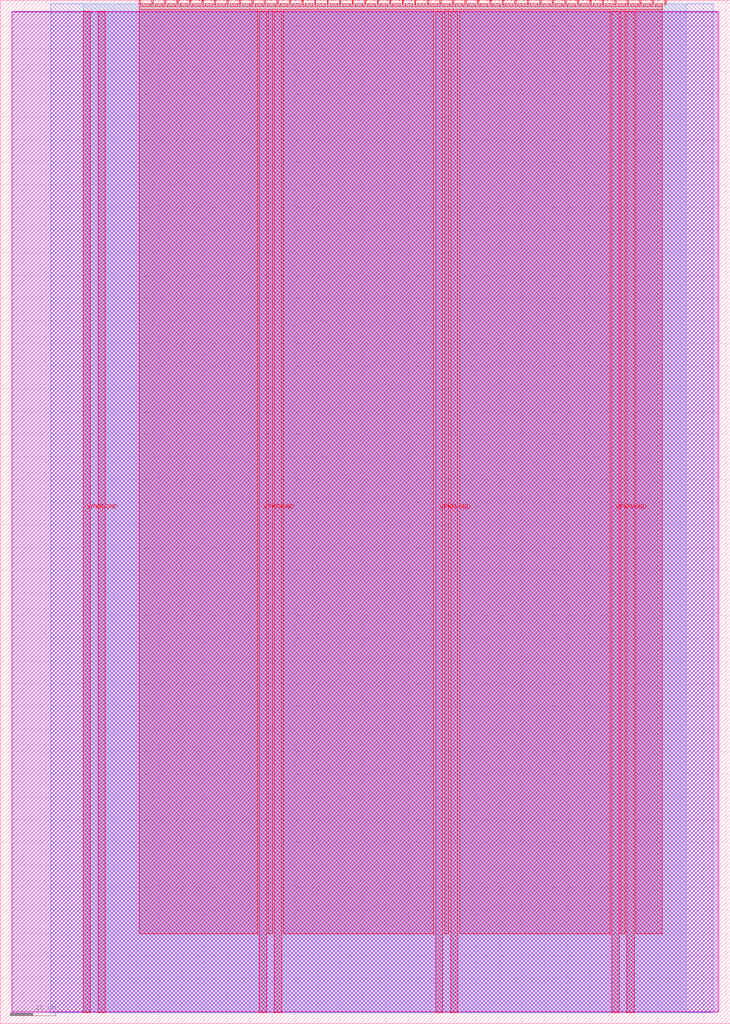
<source format=lef>
VERSION 5.7 ;
  NOWIREEXTENSIONATPIN ON ;
  DIVIDERCHAR "/" ;
  BUSBITCHARS "[]" ;
MACRO tt_um_flash_raid_controller
  CLASS BLOCK ;
  FOREIGN tt_um_flash_raid_controller ;
  ORIGIN 0.000 0.000 ;
  SIZE 161.000 BY 225.760 ;
  PIN VGND
    DIRECTION INOUT ;
    USE GROUND ;
    PORT
      LAYER met4 ;
        RECT 21.580 2.480 23.180 223.280 ;
    END
    PORT
      LAYER met4 ;
        RECT 60.450 2.480 62.050 223.280 ;
    END
    PORT
      LAYER met4 ;
        RECT 99.320 2.480 100.920 223.280 ;
    END
    PORT
      LAYER met4 ;
        RECT 138.190 2.480 139.790 223.280 ;
    END
  END VGND
  PIN VPWR
    DIRECTION INOUT ;
    USE POWER ;
    PORT
      LAYER met4 ;
        RECT 18.280 2.480 19.880 223.280 ;
    END
    PORT
      LAYER met4 ;
        RECT 57.150 2.480 58.750 223.280 ;
    END
    PORT
      LAYER met4 ;
        RECT 96.020 2.480 97.620 223.280 ;
    END
    PORT
      LAYER met4 ;
        RECT 134.890 2.480 136.490 223.280 ;
    END
  END VPWR
  PIN clk
    DIRECTION INPUT ;
    USE SIGNAL ;
    ANTENNAGATEAREA 0.852000 ;
    PORT
      LAYER met4 ;
        RECT 143.830 224.760 144.130 225.760 ;
    END
  END clk
  PIN ena
    DIRECTION INPUT ;
    USE SIGNAL ;
    PORT
      LAYER met4 ;
        RECT 146.590 224.760 146.890 225.760 ;
    END
  END ena
  PIN rst_n
    DIRECTION INPUT ;
    USE SIGNAL ;
    ANTENNAGATEAREA 0.159000 ;
    PORT
      LAYER met4 ;
        RECT 141.070 224.760 141.370 225.760 ;
    END
  END rst_n
  PIN ui_in[0]
    DIRECTION INPUT ;
    USE SIGNAL ;
    ANTENNAGATEAREA 0.196500 ;
    PORT
      LAYER met4 ;
        RECT 138.310 224.760 138.610 225.760 ;
    END
  END ui_in[0]
  PIN ui_in[1]
    DIRECTION INPUT ;
    USE SIGNAL ;
    ANTENNAGATEAREA 0.196500 ;
    PORT
      LAYER met4 ;
        RECT 135.550 224.760 135.850 225.760 ;
    END
  END ui_in[1]
  PIN ui_in[2]
    DIRECTION INPUT ;
    USE SIGNAL ;
    ANTENNAGATEAREA 0.196500 ;
    PORT
      LAYER met4 ;
        RECT 132.790 224.760 133.090 225.760 ;
    END
  END ui_in[2]
  PIN ui_in[3]
    DIRECTION INPUT ;
    USE SIGNAL ;
    ANTENNAGATEAREA 0.196500 ;
    PORT
      LAYER met4 ;
        RECT 130.030 224.760 130.330 225.760 ;
    END
  END ui_in[3]
  PIN ui_in[4]
    DIRECTION INPUT ;
    USE SIGNAL ;
    ANTENNAGATEAREA 0.196500 ;
    PORT
      LAYER met4 ;
        RECT 127.270 224.760 127.570 225.760 ;
    END
  END ui_in[4]
  PIN ui_in[5]
    DIRECTION INPUT ;
    USE SIGNAL ;
    ANTENNAGATEAREA 0.196500 ;
    PORT
      LAYER met4 ;
        RECT 124.510 224.760 124.810 225.760 ;
    END
  END ui_in[5]
  PIN ui_in[6]
    DIRECTION INPUT ;
    USE SIGNAL ;
    ANTENNAGATEAREA 0.196500 ;
    PORT
      LAYER met4 ;
        RECT 121.750 224.760 122.050 225.760 ;
    END
  END ui_in[6]
  PIN ui_in[7]
    DIRECTION INPUT ;
    USE SIGNAL ;
    ANTENNAGATEAREA 0.213000 ;
    PORT
      LAYER met4 ;
        RECT 118.990 224.760 119.290 225.760 ;
    END
  END ui_in[7]
  PIN uio_in[0]
    DIRECTION INPUT ;
    USE SIGNAL ;
    ANTENNAGATEAREA 0.213000 ;
    PORT
      LAYER met4 ;
        RECT 116.230 224.760 116.530 225.760 ;
    END
  END uio_in[0]
  PIN uio_in[1]
    DIRECTION INPUT ;
    USE SIGNAL ;
    ANTENNAGATEAREA 0.196500 ;
    PORT
      LAYER met4 ;
        RECT 113.470 224.760 113.770 225.760 ;
    END
  END uio_in[1]
  PIN uio_in[2]
    DIRECTION INPUT ;
    USE SIGNAL ;
    ANTENNAGATEAREA 0.196500 ;
    PORT
      LAYER met4 ;
        RECT 110.710 224.760 111.010 225.760 ;
    END
  END uio_in[2]
  PIN uio_in[3]
    DIRECTION INPUT ;
    USE SIGNAL ;
    PORT
      LAYER met4 ;
        RECT 107.950 224.760 108.250 225.760 ;
    END
  END uio_in[3]
  PIN uio_in[4]
    DIRECTION INPUT ;
    USE SIGNAL ;
    PORT
      LAYER met4 ;
        RECT 105.190 224.760 105.490 225.760 ;
    END
  END uio_in[4]
  PIN uio_in[5]
    DIRECTION INPUT ;
    USE SIGNAL ;
    PORT
      LAYER met4 ;
        RECT 102.430 224.760 102.730 225.760 ;
    END
  END uio_in[5]
  PIN uio_in[6]
    DIRECTION INPUT ;
    USE SIGNAL ;
    PORT
      LAYER met4 ;
        RECT 99.670 224.760 99.970 225.760 ;
    END
  END uio_in[6]
  PIN uio_in[7]
    DIRECTION INPUT ;
    USE SIGNAL ;
    PORT
      LAYER met4 ;
        RECT 96.910 224.760 97.210 225.760 ;
    END
  END uio_in[7]
  PIN uio_oe[0]
    DIRECTION OUTPUT ;
    USE SIGNAL ;
    PORT
      LAYER met4 ;
        RECT 49.990 224.760 50.290 225.760 ;
    END
  END uio_oe[0]
  PIN uio_oe[1]
    DIRECTION OUTPUT ;
    USE SIGNAL ;
    PORT
      LAYER met4 ;
        RECT 47.230 224.760 47.530 225.760 ;
    END
  END uio_oe[1]
  PIN uio_oe[2]
    DIRECTION OUTPUT ;
    USE SIGNAL ;
    PORT
      LAYER met4 ;
        RECT 44.470 224.760 44.770 225.760 ;
    END
  END uio_oe[2]
  PIN uio_oe[3]
    DIRECTION OUTPUT ;
    USE SIGNAL ;
    PORT
      LAYER met4 ;
        RECT 41.710 224.760 42.010 225.760 ;
    END
  END uio_oe[3]
  PIN uio_oe[4]
    DIRECTION OUTPUT ;
    USE SIGNAL ;
    PORT
      LAYER met4 ;
        RECT 38.950 224.760 39.250 225.760 ;
    END
  END uio_oe[4]
  PIN uio_oe[5]
    DIRECTION OUTPUT ;
    USE SIGNAL ;
    PORT
      LAYER met4 ;
        RECT 36.190 224.760 36.490 225.760 ;
    END
  END uio_oe[5]
  PIN uio_oe[6]
    DIRECTION OUTPUT ;
    USE SIGNAL ;
    PORT
      LAYER met4 ;
        RECT 33.430 224.760 33.730 225.760 ;
    END
  END uio_oe[6]
  PIN uio_oe[7]
    DIRECTION OUTPUT ;
    USE SIGNAL ;
    PORT
      LAYER met4 ;
        RECT 30.670 224.760 30.970 225.760 ;
    END
  END uio_oe[7]
  PIN uio_out[0]
    DIRECTION OUTPUT ;
    USE SIGNAL ;
    PORT
      LAYER met4 ;
        RECT 72.070 224.760 72.370 225.760 ;
    END
  END uio_out[0]
  PIN uio_out[1]
    DIRECTION OUTPUT ;
    USE SIGNAL ;
    PORT
      LAYER met4 ;
        RECT 69.310 224.760 69.610 225.760 ;
    END
  END uio_out[1]
  PIN uio_out[2]
    DIRECTION OUTPUT ;
    USE SIGNAL ;
    PORT
      LAYER met4 ;
        RECT 66.550 224.760 66.850 225.760 ;
    END
  END uio_out[2]
  PIN uio_out[3]
    DIRECTION OUTPUT ;
    USE SIGNAL ;
    ANTENNADIFFAREA 0.445500 ;
    PORT
      LAYER met4 ;
        RECT 63.790 224.760 64.090 225.760 ;
    END
  END uio_out[3]
  PIN uio_out[4]
    DIRECTION OUTPUT ;
    USE SIGNAL ;
    PORT
      LAYER met4 ;
        RECT 61.030 224.760 61.330 225.760 ;
    END
  END uio_out[4]
  PIN uio_out[5]
    DIRECTION OUTPUT ;
    USE SIGNAL ;
    PORT
      LAYER met4 ;
        RECT 58.270 224.760 58.570 225.760 ;
    END
  END uio_out[5]
  PIN uio_out[6]
    DIRECTION OUTPUT ;
    USE SIGNAL ;
    PORT
      LAYER met4 ;
        RECT 55.510 224.760 55.810 225.760 ;
    END
  END uio_out[6]
  PIN uio_out[7]
    DIRECTION OUTPUT ;
    USE SIGNAL ;
    PORT
      LAYER met4 ;
        RECT 52.750 224.760 53.050 225.760 ;
    END
  END uio_out[7]
  PIN uo_out[0]
    DIRECTION OUTPUT ;
    USE SIGNAL ;
    ANTENNADIFFAREA 0.445500 ;
    PORT
      LAYER met4 ;
        RECT 94.150 224.760 94.450 225.760 ;
    END
  END uo_out[0]
  PIN uo_out[1]
    DIRECTION OUTPUT ;
    USE SIGNAL ;
    ANTENNADIFFAREA 0.445500 ;
    PORT
      LAYER met4 ;
        RECT 91.390 224.760 91.690 225.760 ;
    END
  END uo_out[1]
  PIN uo_out[2]
    DIRECTION OUTPUT ;
    USE SIGNAL ;
    ANTENNADIFFAREA 0.445500 ;
    PORT
      LAYER met4 ;
        RECT 88.630 224.760 88.930 225.760 ;
    END
  END uo_out[2]
  PIN uo_out[3]
    DIRECTION OUTPUT ;
    USE SIGNAL ;
    ANTENNADIFFAREA 0.445500 ;
    PORT
      LAYER met4 ;
        RECT 85.870 224.760 86.170 225.760 ;
    END
  END uo_out[3]
  PIN uo_out[4]
    DIRECTION OUTPUT ;
    USE SIGNAL ;
    ANTENNADIFFAREA 0.445500 ;
    PORT
      LAYER met4 ;
        RECT 83.110 224.760 83.410 225.760 ;
    END
  END uo_out[4]
  PIN uo_out[5]
    DIRECTION OUTPUT ;
    USE SIGNAL ;
    ANTENNADIFFAREA 0.445500 ;
    PORT
      LAYER met4 ;
        RECT 80.350 224.760 80.650 225.760 ;
    END
  END uo_out[5]
  PIN uo_out[6]
    DIRECTION OUTPUT ;
    USE SIGNAL ;
    ANTENNADIFFAREA 0.445500 ;
    PORT
      LAYER met4 ;
        RECT 77.590 224.760 77.890 225.760 ;
    END
  END uo_out[6]
  PIN uo_out[7]
    DIRECTION OUTPUT ;
    USE SIGNAL ;
    ANTENNADIFFAREA 0.445500 ;
    PORT
      LAYER met4 ;
        RECT 74.830 224.760 75.130 225.760 ;
    END
  END uo_out[7]
  OBS
      LAYER nwell ;
        RECT 2.570 2.635 158.430 223.230 ;
      LAYER li1 ;
        RECT 2.760 2.635 158.240 223.125 ;
      LAYER met1 ;
        RECT 2.760 2.480 158.240 223.280 ;
      LAYER met2 ;
        RECT 11.140 2.535 157.220 224.925 ;
      LAYER met3 ;
        RECT 18.290 2.555 151.275 224.905 ;
      LAYER met4 ;
        RECT 31.370 224.360 33.030 224.905 ;
        RECT 34.130 224.360 35.790 224.905 ;
        RECT 36.890 224.360 38.550 224.905 ;
        RECT 39.650 224.360 41.310 224.905 ;
        RECT 42.410 224.360 44.070 224.905 ;
        RECT 45.170 224.360 46.830 224.905 ;
        RECT 47.930 224.360 49.590 224.905 ;
        RECT 50.690 224.360 52.350 224.905 ;
        RECT 53.450 224.360 55.110 224.905 ;
        RECT 56.210 224.360 57.870 224.905 ;
        RECT 58.970 224.360 60.630 224.905 ;
        RECT 61.730 224.360 63.390 224.905 ;
        RECT 64.490 224.360 66.150 224.905 ;
        RECT 67.250 224.360 68.910 224.905 ;
        RECT 70.010 224.360 71.670 224.905 ;
        RECT 72.770 224.360 74.430 224.905 ;
        RECT 75.530 224.360 77.190 224.905 ;
        RECT 78.290 224.360 79.950 224.905 ;
        RECT 81.050 224.360 82.710 224.905 ;
        RECT 83.810 224.360 85.470 224.905 ;
        RECT 86.570 224.360 88.230 224.905 ;
        RECT 89.330 224.360 90.990 224.905 ;
        RECT 92.090 224.360 93.750 224.905 ;
        RECT 94.850 224.360 96.510 224.905 ;
        RECT 97.610 224.360 99.270 224.905 ;
        RECT 100.370 224.360 102.030 224.905 ;
        RECT 103.130 224.360 104.790 224.905 ;
        RECT 105.890 224.360 107.550 224.905 ;
        RECT 108.650 224.360 110.310 224.905 ;
        RECT 111.410 224.360 113.070 224.905 ;
        RECT 114.170 224.360 115.830 224.905 ;
        RECT 116.930 224.360 118.590 224.905 ;
        RECT 119.690 224.360 121.350 224.905 ;
        RECT 122.450 224.360 124.110 224.905 ;
        RECT 125.210 224.360 126.870 224.905 ;
        RECT 127.970 224.360 129.630 224.905 ;
        RECT 130.730 224.360 132.390 224.905 ;
        RECT 133.490 224.360 135.150 224.905 ;
        RECT 136.250 224.360 137.910 224.905 ;
        RECT 139.010 224.360 140.670 224.905 ;
        RECT 141.770 224.360 143.430 224.905 ;
        RECT 144.530 224.360 145.985 224.905 ;
        RECT 30.655 223.680 145.985 224.360 ;
        RECT 30.655 19.895 56.750 223.680 ;
        RECT 59.150 19.895 60.050 223.680 ;
        RECT 62.450 19.895 95.620 223.680 ;
        RECT 98.020 19.895 98.920 223.680 ;
        RECT 101.320 19.895 134.490 223.680 ;
        RECT 136.890 19.895 137.790 223.680 ;
        RECT 140.190 19.895 145.985 223.680 ;
  END
END tt_um_flash_raid_controller
END LIBRARY


</source>
